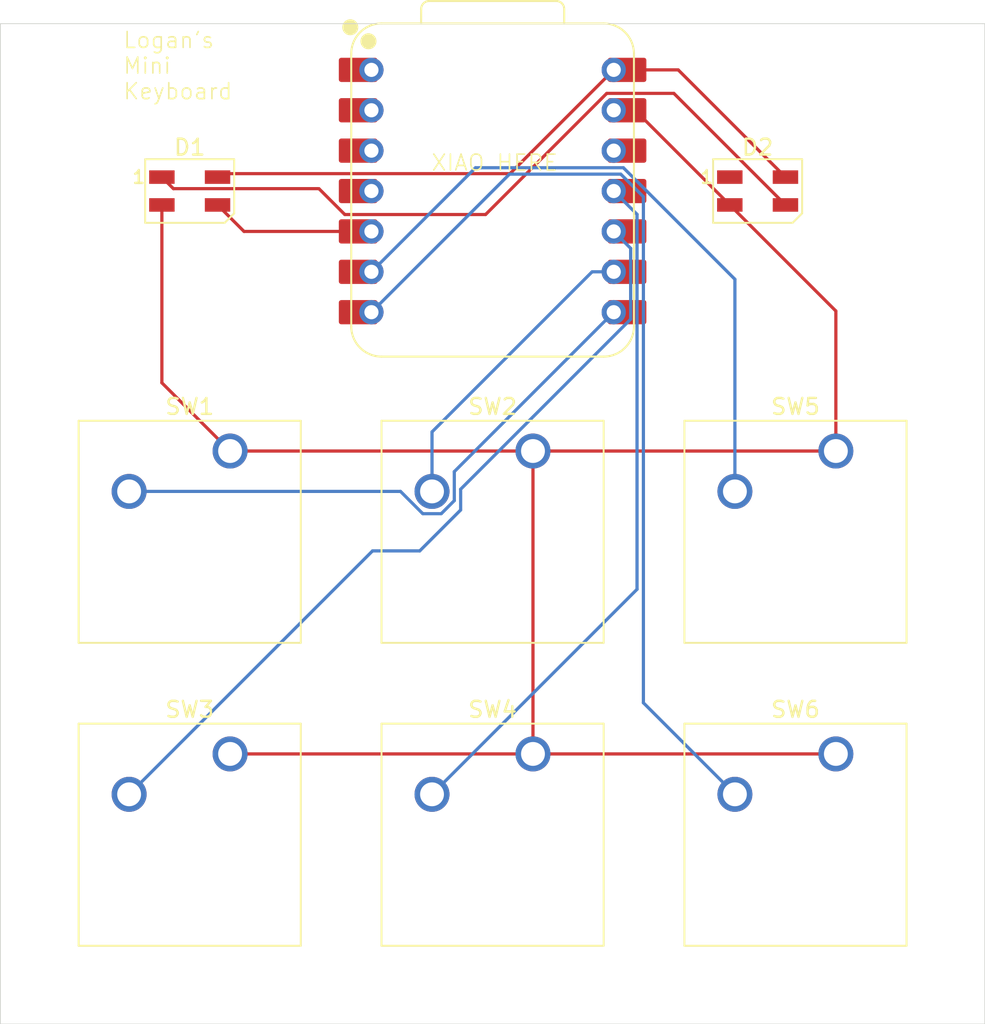
<source format=kicad_pcb>
(kicad_pcb (version 20241229) (generator "pcbnew") (generator_version "9.0")
  (layers (0 "F.Cu" signal) (2 "B.Cu" signal) (13 "F.Paste" user) (15 "B.Paste" user) (5 "F.SilkS" user "F.Silkscreen") (7 "B.SilkS" user "B.Silkscreen") (1 "F.Mask" user) (3 "B.Mask" user) (25 "Edge.Cuts" user))
  (net 0 "")
  (net 1 "Net-(D1-DIN)")
  (net 2 "+5V")
  (net 3 "GND")
  (net 4 "Net-(D1-DOUT)")
  (net 6 "Net-(U1-GPIO1{slash}RX)")
  (net 7 "Net-(U1-GPIO2{slash}SCK)")
  (net 8 "Net-(U1-GPIO4{slash}MISO)")
  (net 9 "Net-(U1-GPIO3{slash}MOSI)")
  (net 11 "Net-(U1-GPIO7{slash}SCL)")
  (net 16 "Net-(U1-GPIO0{slash}TX)")
  (footprint "Button_Switch_Keyboard:SW_Cherry_MX_1.00u_PCB" (layer "F.Cu") (at 228.75875 104.4575)
    (property "Reference" "SW4" (at -2.54 -2.794 0) (layer "F.SilkS"))
    (property "Value" "SW_Push")
    (fp_line (start -9.525 -1.905) (end 4.445 -1.905) (stroke (width 0.12)) (layer "F.SilkS"))
    (fp_line (start -9.525 12.065) (end -9.525 -1.905) (stroke (width 0.12)) (layer "F.SilkS"))
    (fp_line (start 4.445 -1.905) (end 4.445 12.065) (stroke (width 0.12)) (layer "F.SilkS"))
    (fp_line (start 4.445 12.065) (end -9.525 12.065) (stroke (width 0.12)) (layer "F.SilkS"))
    (pad "" np_thru_hole circle (at -7.62 5.08) (size 1.7 1.7) (drill 1.7) (layers "*.Cu" "*.Mask"))
    (pad "" np_thru_hole circle (at -2.54 5.08) (size 4 4) (drill 4) (layers "*.Cu" "*.Mask"))
    (pad "" np_thru_hole circle (at 2.54 5.08) (size 1.7 1.7) (drill 1.7) (layers "*.Cu" "*.Mask"))
    (pad "1" thru_hole circle (at 0 0) (size 2.2 2.2) (drill 1.5) (layers "*.Cu" "*.Mask") (net 3 "GND"))
    (pad "2" thru_hole circle (at -6.35 2.54) (size 2.2 2.2) (drill 1.5) (layers "*.Cu" "*.Mask") (net 9 "Net-(U1-GPIO3{slash}MOSI)"))
  )
  (footprint "OPL:XIAO-RP2040-DIP" (layer "F.Cu") (at 226.21875 69.05625)
    (property "Reference" "U1" (hide yes))
    (property "Value" "XIAO-RP2040-DIP")
    (fp_line (start -8.89 8.509) (end -8.89 -8.636) (stroke (width 0.127)) (layer "F.SilkS"))
    (fp_line (start -6.985 10.414) (end 6.985 10.414) (stroke (width 0.127)) (layer "F.SilkS"))
    (fp_line (start -4.495 -10.541) (end -4.491272 -11.451272) (stroke (width 0.127)) (layer "F.SilkS"))
    (fp_line (start -3.991272 -11.951) (end 4.004 -11.951) (stroke (width 0.127)) (layer "F.SilkS"))
    (fp_line (start 4.504 -11.451) (end 4.504 -10.541) (stroke (width 0.127)) (layer "F.SilkS"))
    (fp_line (start 6.985 -10.541) (end -6.985 -10.541) (stroke (width 0.1)) (layer "F.SilkS"))
    (fp_line (start 6.985 -10.541) (end -6.985 -10.541) (stroke (width 0.127)) (layer "F.SilkS"))
    (fp_line (start 8.89 8.509) (end 8.89 -8.636) (stroke (width 0.127)) (layer "F.SilkS"))
    (fp_arc (start -8.89 -8.636) (mid -8.332038 -9.983038) (end -6.985 -10.541) (stroke (width 0.127)) (layer "F.SilkS"))
    (fp_arc (start -6.985 10.414) (mid -8.332038 9.856038) (end -8.89 8.509) (stroke (width 0.127)) (layer "F.SilkS"))
    (fp_arc (start -4.491272 -11.451272) (mid -4.344728 -11.80464) (end -3.991272 -11.951) (stroke (width 0.127)) (layer "F.SilkS"))
    (fp_arc (start 4.004 -11.951) (mid 4.357553 -11.804553) (end 4.504 -11.451) (stroke (width 0.127)) (layer "F.SilkS"))
    (fp_arc (start 6.985 -10.541) (mid 8.332038 -9.983038) (end 8.89 -8.636) (stroke (width 0.127)) (layer "F.SilkS"))
    (fp_arc (start 8.89 8.509) (mid 8.332038 9.856038) (end 6.985 10.414) (stroke (width 0.127)) (layer "F.SilkS"))
    (fp_circle (center -8.95 -10.3) (end -8.95 -10.554) (stroke (width 0.5)) (fill yes) (layer "F.SilkS"))
    (fp_circle (center -7.807 -9.42) (end -7.807 -9.674) (stroke (width 0.5)) (fill yes) (layer "F.SilkS"))
    (pad "1" smd roundrect (at -8.455 -7.62 180) (size 2.432 1.524) (layers "F.Cu" "F.Mask") (roundrect_rratio 0.1))
    (pad "1" thru_hole circle (at -7.62 -7.62 180) (size 1.524 1.524) (drill 0.889) (layers "*.Cu" "*.Mask"))
    (pad "2" smd roundrect (at -8.455 -5.08 180) (size 2.432 1.524) (layers "F.Cu" "F.Mask") (roundrect_rratio 0.1))
    (pad "2" thru_hole circle (at -7.62 -5.08 180) (size 1.524 1.524) (drill 0.889) (layers "*.Cu" "*.Mask"))
    (pad "3" smd roundrect (at -8.455 -2.54 180) (size 2.432 1.524) (layers "F.Cu" "F.Mask") (roundrect_rratio 0.1))
    (pad "3" thru_hole circle (at -7.62 -2.54 180) (size 1.524 1.524) (drill 0.889) (layers "*.Cu" "*.Mask"))
    (pad "4" smd roundrect (at -8.455 0 180) (size 2.432 1.524) (layers "F.Cu" "F.Mask") (roundrect_rratio 0.1))
    (pad "4" thru_hole circle (at -7.62 0 180) (size 1.524 1.524) (drill 0.889) (layers "*.Cu" "*.Mask"))
    (pad "5" smd roundrect (at -8.455 2.54 180) (size 2.432 1.524) (layers "F.Cu" "F.Mask") (roundrect_rratio 0.1) (net 1 "Net-(D1-DIN)"))
    (pad "5" thru_hole circle (at -7.62 2.54 180) (size 1.524 1.524) (drill 0.889) (layers "*.Cu" "*.Mask") (net 1 "Net-(D1-DIN)"))
    (pad "6" smd roundrect (at -8.455 5.08 180) (size 2.432 1.524) (layers "F.Cu" "F.Mask") (roundrect_rratio 0.1) (net 11 "Net-(U1-GPIO7{slash}SCL)"))
    (pad "6" thru_hole circle (at -7.62 5.08 180) (size 1.524 1.524) (drill 0.889) (layers "*.Cu" "*.Mask") (net 11 "Net-(U1-GPIO7{slash}SCL)"))
    (pad "7" smd roundrect (at -8.455 7.62 180) (size 2.432 1.524) (layers "F.Cu" "F.Mask") (roundrect_rratio 0.1) (net 16 "Net-(U1-GPIO0{slash}TX)"))
    (pad "7" thru_hole circle (at -7.62 7.62 180) (size 1.524 1.524) (drill 0.889) (layers "*.Cu" "*.Mask") (net 16 "Net-(U1-GPIO0{slash}TX)"))
    (pad "8" thru_hole circle (at 7.62 7.62) (size 1.524 1.524) (drill 0.889) (layers "*.Cu" "*.Mask") (net 6 "Net-(U1-GPIO1{slash}RX)"))
    (pad "8" smd roundrect (at 8.455 7.62) (size 2.432 1.524) (layers "F.Cu" "F.Mask") (roundrect_rratio 0.1) (net 6 "Net-(U1-GPIO1{slash}RX)"))
    (pad "9" thru_hole circle (at 7.62 5.08) (size 1.524 1.524) (drill 0.889) (layers "*.Cu" "*.Mask") (net 7 "Net-(U1-GPIO2{slash}SCK)"))
    (pad "9" smd roundrect (at 8.455 5.08) (size 2.432 1.524) (layers "F.Cu" "F.Mask") (roundrect_rratio 0.1) (net 7 "Net-(U1-GPIO2{slash}SCK)"))
    (pad "10" thru_hole circle (at 7.62 2.54) (size 1.524 1.524) (drill 0.889) (layers "*.Cu" "*.Mask") (net 8 "Net-(U1-GPIO4{slash}MISO)"))
    (pad "10" smd roundrect (at 8.455 2.54) (size 2.432 1.524) (layers "F.Cu" "F.Mask") (roundrect_rratio 0.1) (net 8 "Net-(U1-GPIO4{slash}MISO)"))
    (pad "11" thru_hole circle (at 7.62 0) (size 1.524 1.524) (drill 0.889) (layers "*.Cu" "*.Mask") (net 9 "Net-(U1-GPIO3{slash}MOSI)"))
    (pad "11" smd roundrect (at 8.455 0) (size 2.432 1.524) (layers "F.Cu" "F.Mask") (roundrect_rratio 0.1) (net 9 "Net-(U1-GPIO3{slash}MOSI)"))
    (pad "12" thru_hole circle (at 7.62 -2.54) (size 1.524 1.524) (drill 0.889) (layers "*.Cu" "*.Mask"))
    (pad "12" smd roundrect (at 8.455 -2.54) (size 2.432 1.524) (layers "F.Cu" "F.Mask") (roundrect_rratio 0.1))
    (pad "13" thru_hole circle (at 7.62 -5.08) (size 1.524 1.524) (drill 0.889) (layers "*.Cu" "*.Mask") (net 3 "GND"))
    (pad "13" smd roundrect (at 8.455 -5.08) (size 2.432 1.524) (layers "F.Cu" "F.Mask") (roundrect_rratio 0.1) (net 3 "GND"))
    (pad "14" thru_hole circle (at 7.62 -7.62) (size 1.524 1.524) (drill 0.889) (layers "*.Cu" "*.Mask") (net 2 "+5V"))
    (pad "14" smd roundrect (at 8.455 -7.62) (size 2.432 1.524) (layers "F.Cu" "F.Mask") (roundrect_rratio 0.1) (net 2 "+5V"))
  )
  (footprint "Button_Switch_Keyboard:SW_Cherry_MX_1.00u_PCB" (layer "F.Cu") (at 209.70875 85.4075)
    (property "Reference" "SW1" (at -2.54 -2.794 0) (layer "F.SilkS"))
    (property "Value" "SW_Push")
    (fp_line (start -9.525 -1.905) (end 4.445 -1.905) (stroke (width 0.12)) (layer "F.SilkS"))
    (fp_line (start -9.525 12.065) (end -9.525 -1.905) (stroke (width 0.12)) (layer "F.SilkS"))
    (fp_line (start 4.445 -1.905) (end 4.445 12.065) (stroke (width 0.12)) (layer "F.SilkS"))
    (fp_line (start 4.445 12.065) (end -9.525 12.065) (stroke (width 0.12)) (layer "F.SilkS"))
    (pad "" np_thru_hole circle (at -7.62 5.08) (size 1.7 1.7) (drill 1.7) (layers "*.Cu" "*.Mask"))
    (pad "" np_thru_hole circle (at -2.54 5.08) (size 4 4) (drill 4) (layers "*.Cu" "*.Mask"))
    (pad "" np_thru_hole circle (at 2.54 5.08) (size 1.7 1.7) (drill 1.7) (layers "*.Cu" "*.Mask"))
    (pad "1" thru_hole circle (at 0 0) (size 2.2 2.2) (drill 1.5) (layers "*.Cu" "*.Mask") (net 3 "GND"))
    (pad "2" thru_hole circle (at -6.35 2.54) (size 2.2 2.2) (drill 1.5) (layers "*.Cu" "*.Mask") (net 6 "Net-(U1-GPIO1{slash}RX)"))
  )
  (footprint "LED_SMD:LED_SK6812MINI_PLCC4_3.5x3.5mm_P1.75mm" (layer "F.Cu") (at 207.16875 69.05625)
    (property "Reference" "D1" (at 0 -2.75 0) (layer "F.SilkS"))
    (property "Value" "SK6812MINI")
    (fp_line (start -2.8 -2) (end -2.8 2) (stroke (width 0.12)) (layer "F.SilkS"))
    (fp_line (start -2.8 -2) (end 2.8 -2) (stroke (width 0.12)) (layer "F.SilkS"))
    (fp_line (start -2.8 2) (end 2.2 2) (stroke (width 0.12)) (layer "F.SilkS"))
    (fp_line (start 2.8 1.4) (end 2.2 2) (stroke (width 0.12)) (layer "F.SilkS"))
    (fp_line (start 2.8 1.4) (end 2.8 -2) (stroke (width 0.12)) (layer "F.SilkS"))
    (fp_text user "1" (at -3.2 -0.875 0) (layer "F.SilkS") (effects (font (size 0.8 0.8))))
    (pad "1" smd rect (at -1.75 -0.875) (size 1.6 0.85) (layers "F.Cu" "F.Mask" "F.Paste") (net 4 "Net-(D1-DOUT)"))
    (pad "2" smd rect (at -1.75 0.875) (size 1.6 0.85) (layers "F.Cu" "F.Mask" "F.Paste") (net 3 "GND"))
    (pad "3" smd rect (at 1.75 0.875) (size 1.6 0.85) (layers "F.Cu" "F.Mask" "F.Paste") (net 1 "Net-(D1-DIN)"))
    (pad "4" smd rect (at 1.75 -0.875) (size 1.6 0.85) (layers "F.Cu" "F.Mask" "F.Paste") (net 2 "+5V"))
  )
  (footprint "Button_Switch_Keyboard:SW_Cherry_MX_1.00u_PCB" (layer "F.Cu") (at 247.80875 104.4575)
    (property "Reference" "SW6" (at -2.54 -2.794 0) (layer "F.SilkS"))
    (property "Value" "SW_Push")
    (fp_line (start -9.525 -1.905) (end 4.445 -1.905) (stroke (width 0.12)) (layer "F.SilkS"))
    (fp_line (start -9.525 12.065) (end -9.525 -1.905) (stroke (width 0.12)) (layer "F.SilkS"))
    (fp_line (start 4.445 -1.905) (end 4.445 12.065) (stroke (width 0.12)) (layer "F.SilkS"))
    (fp_line (start 4.445 12.065) (end -9.525 12.065) (stroke (width 0.12)) (layer "F.SilkS"))
    (pad "" np_thru_hole circle (at -7.62 5.08) (size 1.7 1.7) (drill 1.7) (layers "*.Cu" "*.Mask"))
    (pad "" np_thru_hole circle (at -2.54 5.08) (size 4 4) (drill 4) (layers "*.Cu" "*.Mask"))
    (pad "" np_thru_hole circle (at 2.54 5.08) (size 1.7 1.7) (drill 1.7) (layers "*.Cu" "*.Mask"))
    (pad "1" thru_hole circle (at 0 0) (size 2.2 2.2) (drill 1.5) (layers "*.Cu" "*.Mask") (net 3 "GND"))
    (pad "2" thru_hole circle (at -6.35 2.54) (size 2.2 2.2) (drill 1.5) (layers "*.Cu" "*.Mask") (net 16 "Net-(U1-GPIO0{slash}TX)"))
  )
  (footprint "Button_Switch_Keyboard:SW_Cherry_MX_1.00u_PCB" (layer "F.Cu") (at 228.75875 85.4075)
    (property "Reference" "SW2" (at -2.54 -2.794 0) (layer "F.SilkS"))
    (property "Value" "SW_Push")
    (fp_line (start -9.525 -1.905) (end 4.445 -1.905) (stroke (width 0.12)) (layer "F.SilkS"))
    (fp_line (start -9.525 12.065) (end -9.525 -1.905) (stroke (width 0.12)) (layer "F.SilkS"))
    (fp_line (start 4.445 -1.905) (end 4.445 12.065) (stroke (width 0.12)) (layer "F.SilkS"))
    (fp_line (start 4.445 12.065) (end -9.525 12.065) (stroke (width 0.12)) (layer "F.SilkS"))
    (pad "" np_thru_hole circle (at -7.62 5.08) (size 1.7 1.7) (drill 1.7) (layers "*.Cu" "*.Mask"))
    (pad "" np_thru_hole circle (at -2.54 5.08) (size 4 4) (drill 4) (layers "*.Cu" "*.Mask"))
    (pad "" np_thru_hole circle (at 2.54 5.08) (size 1.7 1.7) (drill 1.7) (layers "*.Cu" "*.Mask"))
    (pad "1" thru_hole circle (at 0 0) (size 2.2 2.2) (drill 1.5) (layers "*.Cu" "*.Mask") (net 3 "GND"))
    (pad "2" thru_hole circle (at -6.35 2.54) (size 2.2 2.2) (drill 1.5) (layers "*.Cu" "*.Mask") (net 7 "Net-(U1-GPIO2{slash}SCK)"))
  )
  (footprint "Button_Switch_Keyboard:SW_Cherry_MX_1.00u_PCB" (layer "F.Cu") (at 247.80875 85.4075)
    (property "Reference" "SW5" (at -2.54 -2.794 0) (layer "F.SilkS"))
    (property "Value" "SW_Push")
    (fp_line (start -9.525 -1.905) (end 4.445 -1.905) (stroke (width 0.12)) (layer "F.SilkS"))
    (fp_line (start -9.525 12.065) (end -9.525 -1.905) (stroke (width 0.12)) (layer "F.SilkS"))
    (fp_line (start 4.445 -1.905) (end 4.445 12.065) (stroke (width 0.12)) (layer "F.SilkS"))
    (fp_line (start 4.445 12.065) (end -9.525 12.065) (stroke (width 0.12)) (layer "F.SilkS"))
    (pad "" np_thru_hole circle (at -7.62 5.08) (size 1.7 1.7) (drill 1.7) (layers "*.Cu" "*.Mask"))
    (pad "" np_thru_hole circle (at -2.54 5.08) (size 4 4) (drill 4) (layers "*.Cu" "*.Mask"))
    (pad "" np_thru_hole circle (at 2.54 5.08) (size 1.7 1.7) (drill 1.7) (layers "*.Cu" "*.Mask"))
    (pad "1" thru_hole circle (at 0 0) (size 2.2 2.2) (drill 1.5) (layers "*.Cu" "*.Mask") (net 3 "GND"))
    (pad "2" thru_hole circle (at -6.35 2.54) (size 2.2 2.2) (drill 1.5) (layers "*.Cu" "*.Mask") (net 11 "Net-(U1-GPIO7{slash}SCL)"))
  )
  (footprint "Button_Switch_Keyboard:SW_Cherry_MX_1.00u_PCB" (layer "F.Cu") (at 209.70875 104.4575)
    (property "Reference" "SW3" (at -2.54 -2.794 0) (layer "F.SilkS"))
    (property "Value" "SW_Push")
    (fp_line (start -9.525 -1.905) (end 4.445 -1.905) (stroke (width 0.12)) (layer "F.SilkS"))
    (fp_line (start -9.525 12.065) (end -9.525 -1.905) (stroke (width 0.12)) (layer "F.SilkS"))
    (fp_line (start 4.445 -1.905) (end 4.445 12.065) (stroke (width 0.12)) (layer "F.SilkS"))
    (fp_line (start 4.445 12.065) (end -9.525 12.065) (stroke (width 0.12)) (layer "F.SilkS"))
    (pad "" np_thru_hole circle (at -7.62 5.08) (size 1.7 1.7) (drill 1.7) (layers "*.Cu" "*.Mask"))
    (pad "" np_thru_hole circle (at -2.54 5.08) (size 4 4) (drill 4) (layers "*.Cu" "*.Mask"))
    (pad "" np_thru_hole circle (at 2.54 5.08) (size 1.7 1.7) (drill 1.7) (layers "*.Cu" "*.Mask"))
    (pad "1" thru_hole circle (at 0 0) (size 2.2 2.2) (drill 1.5) (layers "*.Cu" "*.Mask") (net 3 "GND"))
    (pad "2" thru_hole circle (at -6.35 2.54) (size 2.2 2.2) (drill 1.5) (layers "*.Cu" "*.Mask") (net 8 "Net-(U1-GPIO4{slash}MISO)"))
  )
  (footprint "LED_SMD:LED_SK6812MINI_PLCC4_3.5x3.5mm_P1.75mm" (layer "F.Cu") (at 242.8875 69.05625)
    (property "Reference" "D2" (at 0 -2.75 0) (layer "F.SilkS"))
    (property "Value" "SK6812MINI")
    (fp_line (start -2.8 -2) (end -2.8 2) (stroke (width 0.12)) (layer "F.SilkS"))
    (fp_line (start -2.8 -2) (end 2.8 -2) (stroke (width 0.12)) (layer "F.SilkS"))
    (fp_line (start -2.8 2) (end 2.2 2) (stroke (width 0.12)) (layer "F.SilkS"))
    (fp_line (start 2.8 1.4) (end 2.2 2) (stroke (width 0.12)) (layer "F.SilkS"))
    (fp_line (start 2.8 1.4) (end 2.8 -2) (stroke (width 0.12)) (layer "F.SilkS"))
    (fp_text user "1" (at -3.2 -0.875 0) (layer "F.SilkS") (effects (font (size 0.8 0.8))))
    (pad "1" smd rect (at -1.75 -0.875) (size 1.6 0.85) (layers "F.Cu" "F.Mask" "F.Paste"))
    (pad "2" smd rect (at -1.75 0.875) (size 1.6 0.85) (layers "F.Cu" "F.Mask" "F.Paste") (net 3 "GND"))
    (pad "3" smd rect (at 1.75 0.875) (size 1.6 0.85) (layers "F.Cu" "F.Mask" "F.Paste") (net 4 "Net-(D1-DOUT)"))
    (pad "4" smd rect (at 1.75 -0.875) (size 1.6 0.85) (layers "F.Cu" "F.Mask" "F.Paste") (net 2 "+5V"))
  )
  (gr_rect (start 195.2625 58.53125) (end 257.175 121.44375) (stroke (width 0.05)) (fill no) (layer "Edge.Cuts"))
  (gr_text "XIAO HERE" (at 222.31 67.86 0) (layer "F.SilkS") (effects (font (size 1 1) (thickness 0.1)) (justify left bottom)))
  (gr_text "Logan's\nMini\nKeyboard" (at 202.93 63.37 0) (layer "F.SilkS") (effects (font (size 1 1) (thickness 0.1)) (justify left bottom)))
  (segment (start 208.91875 69.93125) (end 210.58375 71.59625) (width 0.2) (layer "F.Cu") (net 1))
  (segment (start 210.58375 71.59625) (end 218.59875 71.59625) (width 0.2) (layer "F.Cu") (net 1))
  (segment (start 227.312376 67.962624) (end 233.83875 61.43625) (width 0.2) (layer "F.Cu") (net 2))
  (segment (start 244.6375 68.18125) (end 237.8925 61.43625) (width 0.2) (layer "F.Cu") (net 2))
  (segment (start 208.91875 68.18125) (end 209.137376 67.962624) (width 0.2) (layer "F.Cu") (net 2))
  (segment (start 237.8925 61.43625) (end 233.83875 61.43625) (width 0.2) (layer "F.Cu") (net 2))
  (segment (start 209.137376 67.962624) (end 227.312376 67.962624) (width 0.2) (layer "F.Cu") (net 2))
  (segment (start 209.70875 104.4575) (end 247.80875 104.4575) (width 0.2) (layer "F.Cu") (net 3))
  (segment (start 235.1825 63.97625) (end 233.83875 63.97625) (width 0.2) (layer "F.Cu") (net 3))
  (segment (start 205.41875 69.93125) (end 205.41875 81.1175) (width 0.2) (layer "F.Cu") (net 3))
  (segment (start 247.80875 76.6025) (end 241.1375 69.93125) (width 0.2) (layer "F.Cu") (net 3))
  (segment (start 241.1375 69.93125) (end 235.1825 63.97625) (width 0.2) (layer "F.Cu") (net 3))
  (segment (start 209.70875 85.4075) (end 247.80875 85.4075) (width 0.2) (layer "F.Cu") (net 3))
  (segment (start 228.75875 104.4575) (end 228.75875 85.4075) (width 0.2) (layer "F.Cu") (net 3))
  (segment (start 247.80875 85.4075) (end 247.80875 76.6025) (width 0.2) (layer "F.Cu") (net 3))
  (segment (start 205.41875 81.1175) (end 209.70875 85.4075) (width 0.2) (layer "F.Cu") (net 3))
  (segment (start 233.39844 62.91325) (end 237.6195 62.91325) (width 0.2) (layer "F.Cu") (net 4))
  (segment (start 205.41875 68.18125) (end 206.14475 68.90725) (width 0.2) (layer "F.Cu") (net 4))
  (segment (start 206.14475 68.90725) (end 215.296124 68.90725) (width 0.2) (layer "F.Cu") (net 4))
  (segment (start 216.922124 70.53325) (end 225.77844 70.53325) (width 0.2) (layer "F.Cu") (net 4))
  (segment (start 225.77844 70.53325) (end 233.39844 62.91325) (width 0.2) (layer "F.Cu") (net 4))
  (segment (start 237.6195 62.91325) (end 244.6375 69.93125) (width 0.2) (layer "F.Cu") (net 4))
  (segment (start 215.296124 68.90725) (end 216.922124 70.53325) (width 0.2) (layer "F.Cu") (net 4))
  (segment (start 220.427436 87.9475) (end 221.828436 89.3485) (width 0.2) (layer "B.Cu") (net 6))
  (segment (start 223.80975 88.527814) (end 223.80975 86.70525) (width 0.2) (layer "B.Cu") (net 6))
  (segment (start 222.989064 89.3485) (end 223.80975 88.527814) (width 0.2) (layer "B.Cu") (net 6))
  (segment (start 203.35875 87.9475) (end 220.427436 87.9475) (width 0.2) (layer "B.Cu") (net 6))
  (segment (start 223.80975 86.70525) (end 233.83875 76.67625) (width 0.2) (layer "B.Cu") (net 6))
  (segment (start 221.828436 89.3485) (end 222.989064 89.3485) (width 0.2) (layer "B.Cu") (net 6))
  (segment (start 232.4779 74.13625) (end 233.83875 74.13625) (width 0.2) (layer "B.Cu") (net 7))
  (segment (start 222.40875 84.2054) (end 232.4779 74.13625) (width 0.2) (layer "B.Cu") (net 7))
  (segment (start 222.40875 87.9475) (end 222.40875 84.2054) (width 0.2) (layer "B.Cu") (net 7))
  (segment (start 224.21075 89.11397) (end 224.21075 87.80756) (width 0.2) (layer "B.Cu") (net 8))
  (segment (start 203.35875 106.9975) (end 218.66775 91.6885) (width 0.2) (layer "B.Cu") (net 8))
  (segment (start 224.21075 87.80756) (end 234.90175 77.11656) (width 0.2) (layer "B.Cu") (net 8))
  (segment (start 234.90175 77.11656) (end 234.90175 72.65925) (width 0.2) (layer "B.Cu") (net 8))
  (segment (start 234.90175 72.65925) (end 233.83875 71.59625) (width 0.2) (layer "B.Cu") (net 8))
  (segment (start 221.63622 91.6885) (end 224.21075 89.11397) (width 0.2) (layer "B.Cu") (net 8))
  (segment (start 218.66775 91.6885) (end 221.63622 91.6885) (width 0.2) (layer "B.Cu") (net 8))
  (segment (start 222.40875 106.9975) (end 235.30275 94.1035) (width 0.2) (layer "B.Cu") (net 9))
  (segment (start 235.30275 70.52025) (end 233.83875 69.05625) (width 0.2) (layer "B.Cu") (net 9))
  (segment (start 235.30275 94.1035) (end 235.30275 70.52025) (width 0.2) (layer "B.Cu") (net 9))
  (segment (start 225.14275 67.59225) (end 218.59875 74.13625) (width 0.2) (layer "B.Cu") (net 11))
  (segment (start 241.45875 87.9475) (end 241.45875 74.60584) (width 0.2) (layer "B.Cu") (net 11))
  (segment (start 241.45875 74.60584) (end 234.44516 67.59225) (width 0.2) (layer "B.Cu") (net 11))
  (segment (start 234.44516 67.59225) (end 225.14275 67.59225) (width 0.2) (layer "B.Cu") (net 11))
  (segment (start 235.70375 101.2425) (end 235.70375 69.41794) (width 0.2) (layer "B.Cu") (net 16))
  (segment (start 227.28175 67.99325) (end 218.59875 76.67625) (width 0.2) (layer "B.Cu") (net 16))
  (segment (start 234.27906 67.99325) (end 227.28175 67.99325) (width 0.2) (layer "B.Cu") (net 16))
  (segment (start 235.70375 69.41794) (end 234.27906 67.99325) (width 0.2) (layer "B.Cu") (net 16))
  (segment (start 241.45875 106.9975) (end 235.70375 101.2425) (width 0.2) (layer "B.Cu") (net 16))
)
</source>
